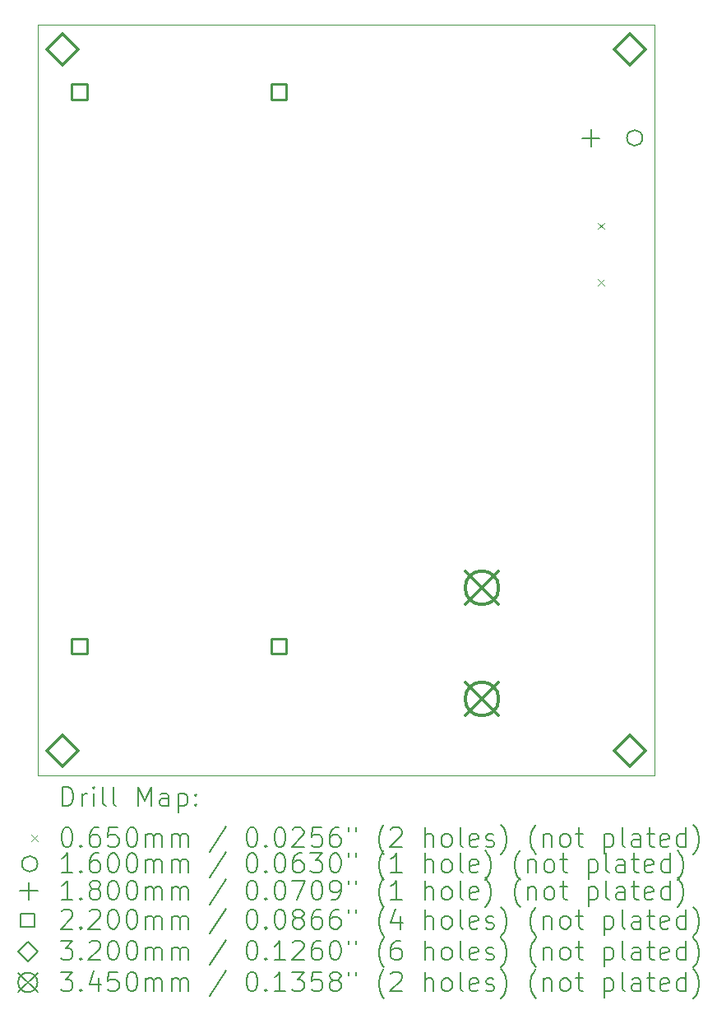
<source format=gbr>
%TF.GenerationSoftware,KiCad,Pcbnew,(6.0.8)*%
%TF.CreationDate,2023-04-21T18:28:09-07:00*%
%TF.ProjectId,Capstone_PCB,43617073-746f-46e6-955f-5043422e6b69,rev?*%
%TF.SameCoordinates,Original*%
%TF.FileFunction,Drillmap*%
%TF.FilePolarity,Positive*%
%FSLAX45Y45*%
G04 Gerber Fmt 4.5, Leading zero omitted, Abs format (unit mm)*
G04 Created by KiCad (PCBNEW (6.0.8)) date 2023-04-21 18:28:09*
%MOMM*%
%LPD*%
G01*
G04 APERTURE LIST*
%ADD10C,0.100000*%
%ADD11C,0.200000*%
%ADD12C,0.065000*%
%ADD13C,0.160000*%
%ADD14C,0.180000*%
%ADD15C,0.220000*%
%ADD16C,0.320000*%
%ADD17C,0.345000*%
G04 APERTURE END LIST*
D10*
X11430000Y-4318000D02*
X11430000Y-12039600D01*
X11430000Y-12039600D02*
X17780000Y-12039600D01*
X11430000Y-4318000D02*
X17780000Y-4318000D01*
X17780000Y-4318000D02*
X17780000Y-12039600D01*
D11*
D12*
X17193400Y-6354800D02*
X17258400Y-6419800D01*
X17258400Y-6354800D02*
X17193400Y-6419800D01*
X17193400Y-6932800D02*
X17258400Y-6997800D01*
X17258400Y-6932800D02*
X17193400Y-6997800D01*
D13*
X17654500Y-5482500D02*
G75*
G03*
X17654500Y-5482500I-80000J0D01*
G01*
D14*
X17124500Y-5392500D02*
X17124500Y-5572500D01*
X17034500Y-5482500D02*
X17214500Y-5482500D01*
D15*
X11935382Y-5085883D02*
X11935382Y-4930318D01*
X11779817Y-4930318D01*
X11779817Y-5085883D01*
X11935382Y-5085883D01*
X11935382Y-10785883D02*
X11935382Y-10630318D01*
X11779817Y-10630318D01*
X11779817Y-10785883D01*
X11935382Y-10785883D01*
X13985382Y-5085883D02*
X13985382Y-4930318D01*
X13829817Y-4930318D01*
X13829817Y-5085883D01*
X13985382Y-5085883D01*
X13985382Y-10785883D02*
X13985382Y-10630318D01*
X13829817Y-10630318D01*
X13829817Y-10785883D01*
X13985382Y-10785883D01*
D16*
X11684000Y-4732000D02*
X11844000Y-4572000D01*
X11684000Y-4412000D01*
X11524000Y-4572000D01*
X11684000Y-4732000D01*
X11684000Y-4732000D02*
X11844000Y-4572000D01*
X11684000Y-4412000D01*
X11524000Y-4572000D01*
X11684000Y-4732000D01*
X11684000Y-11945600D02*
X11844000Y-11785600D01*
X11684000Y-11625600D01*
X11524000Y-11785600D01*
X11684000Y-11945600D01*
X11684000Y-11945600D02*
X11844000Y-11785600D01*
X11684000Y-11625600D01*
X11524000Y-11785600D01*
X11684000Y-11945600D01*
X17526000Y-4732000D02*
X17686000Y-4572000D01*
X17526000Y-4412000D01*
X17366000Y-4572000D01*
X17526000Y-4732000D01*
X17526000Y-11945600D02*
X17686000Y-11785600D01*
X17526000Y-11625600D01*
X17366000Y-11785600D01*
X17526000Y-11945600D01*
D17*
X15828700Y-9936700D02*
X16173700Y-10281700D01*
X16173700Y-9936700D02*
X15828700Y-10281700D01*
X16173700Y-10109200D02*
G75*
G03*
X16173700Y-10109200I-172500J0D01*
G01*
X15828700Y-11079700D02*
X16173700Y-11424700D01*
X16173700Y-11079700D02*
X15828700Y-11424700D01*
X16173700Y-11252200D02*
G75*
G03*
X16173700Y-11252200I-172500J0D01*
G01*
D11*
X11682619Y-12355076D02*
X11682619Y-12155076D01*
X11730238Y-12155076D01*
X11758809Y-12164600D01*
X11777857Y-12183648D01*
X11787381Y-12202695D01*
X11796905Y-12240790D01*
X11796905Y-12269362D01*
X11787381Y-12307457D01*
X11777857Y-12326505D01*
X11758809Y-12345552D01*
X11730238Y-12355076D01*
X11682619Y-12355076D01*
X11882619Y-12355076D02*
X11882619Y-12221743D01*
X11882619Y-12259838D02*
X11892143Y-12240790D01*
X11901667Y-12231267D01*
X11920714Y-12221743D01*
X11939762Y-12221743D01*
X12006428Y-12355076D02*
X12006428Y-12221743D01*
X12006428Y-12155076D02*
X11996905Y-12164600D01*
X12006428Y-12174124D01*
X12015952Y-12164600D01*
X12006428Y-12155076D01*
X12006428Y-12174124D01*
X12130238Y-12355076D02*
X12111190Y-12345552D01*
X12101667Y-12326505D01*
X12101667Y-12155076D01*
X12235000Y-12355076D02*
X12215952Y-12345552D01*
X12206428Y-12326505D01*
X12206428Y-12155076D01*
X12463571Y-12355076D02*
X12463571Y-12155076D01*
X12530238Y-12297933D01*
X12596905Y-12155076D01*
X12596905Y-12355076D01*
X12777857Y-12355076D02*
X12777857Y-12250314D01*
X12768333Y-12231267D01*
X12749286Y-12221743D01*
X12711190Y-12221743D01*
X12692143Y-12231267D01*
X12777857Y-12345552D02*
X12758809Y-12355076D01*
X12711190Y-12355076D01*
X12692143Y-12345552D01*
X12682619Y-12326505D01*
X12682619Y-12307457D01*
X12692143Y-12288409D01*
X12711190Y-12278886D01*
X12758809Y-12278886D01*
X12777857Y-12269362D01*
X12873095Y-12221743D02*
X12873095Y-12421743D01*
X12873095Y-12231267D02*
X12892143Y-12221743D01*
X12930238Y-12221743D01*
X12949286Y-12231267D01*
X12958809Y-12240790D01*
X12968333Y-12259838D01*
X12968333Y-12316981D01*
X12958809Y-12336028D01*
X12949286Y-12345552D01*
X12930238Y-12355076D01*
X12892143Y-12355076D01*
X12873095Y-12345552D01*
X13054048Y-12336028D02*
X13063571Y-12345552D01*
X13054048Y-12355076D01*
X13044524Y-12345552D01*
X13054048Y-12336028D01*
X13054048Y-12355076D01*
X13054048Y-12231267D02*
X13063571Y-12240790D01*
X13054048Y-12250314D01*
X13044524Y-12240790D01*
X13054048Y-12231267D01*
X13054048Y-12250314D01*
D12*
X11360000Y-12652100D02*
X11425000Y-12717100D01*
X11425000Y-12652100D02*
X11360000Y-12717100D01*
D11*
X11720714Y-12575076D02*
X11739762Y-12575076D01*
X11758809Y-12584600D01*
X11768333Y-12594124D01*
X11777857Y-12613171D01*
X11787381Y-12651267D01*
X11787381Y-12698886D01*
X11777857Y-12736981D01*
X11768333Y-12756028D01*
X11758809Y-12765552D01*
X11739762Y-12775076D01*
X11720714Y-12775076D01*
X11701667Y-12765552D01*
X11692143Y-12756028D01*
X11682619Y-12736981D01*
X11673095Y-12698886D01*
X11673095Y-12651267D01*
X11682619Y-12613171D01*
X11692143Y-12594124D01*
X11701667Y-12584600D01*
X11720714Y-12575076D01*
X11873095Y-12756028D02*
X11882619Y-12765552D01*
X11873095Y-12775076D01*
X11863571Y-12765552D01*
X11873095Y-12756028D01*
X11873095Y-12775076D01*
X12054048Y-12575076D02*
X12015952Y-12575076D01*
X11996905Y-12584600D01*
X11987381Y-12594124D01*
X11968333Y-12622695D01*
X11958809Y-12660790D01*
X11958809Y-12736981D01*
X11968333Y-12756028D01*
X11977857Y-12765552D01*
X11996905Y-12775076D01*
X12035000Y-12775076D01*
X12054048Y-12765552D01*
X12063571Y-12756028D01*
X12073095Y-12736981D01*
X12073095Y-12689362D01*
X12063571Y-12670314D01*
X12054048Y-12660790D01*
X12035000Y-12651267D01*
X11996905Y-12651267D01*
X11977857Y-12660790D01*
X11968333Y-12670314D01*
X11958809Y-12689362D01*
X12254048Y-12575076D02*
X12158809Y-12575076D01*
X12149286Y-12670314D01*
X12158809Y-12660790D01*
X12177857Y-12651267D01*
X12225476Y-12651267D01*
X12244524Y-12660790D01*
X12254048Y-12670314D01*
X12263571Y-12689362D01*
X12263571Y-12736981D01*
X12254048Y-12756028D01*
X12244524Y-12765552D01*
X12225476Y-12775076D01*
X12177857Y-12775076D01*
X12158809Y-12765552D01*
X12149286Y-12756028D01*
X12387381Y-12575076D02*
X12406428Y-12575076D01*
X12425476Y-12584600D01*
X12435000Y-12594124D01*
X12444524Y-12613171D01*
X12454048Y-12651267D01*
X12454048Y-12698886D01*
X12444524Y-12736981D01*
X12435000Y-12756028D01*
X12425476Y-12765552D01*
X12406428Y-12775076D01*
X12387381Y-12775076D01*
X12368333Y-12765552D01*
X12358809Y-12756028D01*
X12349286Y-12736981D01*
X12339762Y-12698886D01*
X12339762Y-12651267D01*
X12349286Y-12613171D01*
X12358809Y-12594124D01*
X12368333Y-12584600D01*
X12387381Y-12575076D01*
X12539762Y-12775076D02*
X12539762Y-12641743D01*
X12539762Y-12660790D02*
X12549286Y-12651267D01*
X12568333Y-12641743D01*
X12596905Y-12641743D01*
X12615952Y-12651267D01*
X12625476Y-12670314D01*
X12625476Y-12775076D01*
X12625476Y-12670314D02*
X12635000Y-12651267D01*
X12654048Y-12641743D01*
X12682619Y-12641743D01*
X12701667Y-12651267D01*
X12711190Y-12670314D01*
X12711190Y-12775076D01*
X12806428Y-12775076D02*
X12806428Y-12641743D01*
X12806428Y-12660790D02*
X12815952Y-12651267D01*
X12835000Y-12641743D01*
X12863571Y-12641743D01*
X12882619Y-12651267D01*
X12892143Y-12670314D01*
X12892143Y-12775076D01*
X12892143Y-12670314D02*
X12901667Y-12651267D01*
X12920714Y-12641743D01*
X12949286Y-12641743D01*
X12968333Y-12651267D01*
X12977857Y-12670314D01*
X12977857Y-12775076D01*
X13368333Y-12565552D02*
X13196905Y-12822695D01*
X13625476Y-12575076D02*
X13644524Y-12575076D01*
X13663571Y-12584600D01*
X13673095Y-12594124D01*
X13682619Y-12613171D01*
X13692143Y-12651267D01*
X13692143Y-12698886D01*
X13682619Y-12736981D01*
X13673095Y-12756028D01*
X13663571Y-12765552D01*
X13644524Y-12775076D01*
X13625476Y-12775076D01*
X13606428Y-12765552D01*
X13596905Y-12756028D01*
X13587381Y-12736981D01*
X13577857Y-12698886D01*
X13577857Y-12651267D01*
X13587381Y-12613171D01*
X13596905Y-12594124D01*
X13606428Y-12584600D01*
X13625476Y-12575076D01*
X13777857Y-12756028D02*
X13787381Y-12765552D01*
X13777857Y-12775076D01*
X13768333Y-12765552D01*
X13777857Y-12756028D01*
X13777857Y-12775076D01*
X13911190Y-12575076D02*
X13930238Y-12575076D01*
X13949286Y-12584600D01*
X13958809Y-12594124D01*
X13968333Y-12613171D01*
X13977857Y-12651267D01*
X13977857Y-12698886D01*
X13968333Y-12736981D01*
X13958809Y-12756028D01*
X13949286Y-12765552D01*
X13930238Y-12775076D01*
X13911190Y-12775076D01*
X13892143Y-12765552D01*
X13882619Y-12756028D01*
X13873095Y-12736981D01*
X13863571Y-12698886D01*
X13863571Y-12651267D01*
X13873095Y-12613171D01*
X13882619Y-12594124D01*
X13892143Y-12584600D01*
X13911190Y-12575076D01*
X14054048Y-12594124D02*
X14063571Y-12584600D01*
X14082619Y-12575076D01*
X14130238Y-12575076D01*
X14149286Y-12584600D01*
X14158809Y-12594124D01*
X14168333Y-12613171D01*
X14168333Y-12632219D01*
X14158809Y-12660790D01*
X14044524Y-12775076D01*
X14168333Y-12775076D01*
X14349286Y-12575076D02*
X14254048Y-12575076D01*
X14244524Y-12670314D01*
X14254048Y-12660790D01*
X14273095Y-12651267D01*
X14320714Y-12651267D01*
X14339762Y-12660790D01*
X14349286Y-12670314D01*
X14358809Y-12689362D01*
X14358809Y-12736981D01*
X14349286Y-12756028D01*
X14339762Y-12765552D01*
X14320714Y-12775076D01*
X14273095Y-12775076D01*
X14254048Y-12765552D01*
X14244524Y-12756028D01*
X14530238Y-12575076D02*
X14492143Y-12575076D01*
X14473095Y-12584600D01*
X14463571Y-12594124D01*
X14444524Y-12622695D01*
X14435000Y-12660790D01*
X14435000Y-12736981D01*
X14444524Y-12756028D01*
X14454048Y-12765552D01*
X14473095Y-12775076D01*
X14511190Y-12775076D01*
X14530238Y-12765552D01*
X14539762Y-12756028D01*
X14549286Y-12736981D01*
X14549286Y-12689362D01*
X14539762Y-12670314D01*
X14530238Y-12660790D01*
X14511190Y-12651267D01*
X14473095Y-12651267D01*
X14454048Y-12660790D01*
X14444524Y-12670314D01*
X14435000Y-12689362D01*
X14625476Y-12575076D02*
X14625476Y-12613171D01*
X14701667Y-12575076D02*
X14701667Y-12613171D01*
X14996905Y-12851267D02*
X14987381Y-12841743D01*
X14968333Y-12813171D01*
X14958809Y-12794124D01*
X14949286Y-12765552D01*
X14939762Y-12717933D01*
X14939762Y-12679838D01*
X14949286Y-12632219D01*
X14958809Y-12603648D01*
X14968333Y-12584600D01*
X14987381Y-12556028D01*
X14996905Y-12546505D01*
X15063571Y-12594124D02*
X15073095Y-12584600D01*
X15092143Y-12575076D01*
X15139762Y-12575076D01*
X15158809Y-12584600D01*
X15168333Y-12594124D01*
X15177857Y-12613171D01*
X15177857Y-12632219D01*
X15168333Y-12660790D01*
X15054048Y-12775076D01*
X15177857Y-12775076D01*
X15415952Y-12775076D02*
X15415952Y-12575076D01*
X15501667Y-12775076D02*
X15501667Y-12670314D01*
X15492143Y-12651267D01*
X15473095Y-12641743D01*
X15444524Y-12641743D01*
X15425476Y-12651267D01*
X15415952Y-12660790D01*
X15625476Y-12775076D02*
X15606428Y-12765552D01*
X15596905Y-12756028D01*
X15587381Y-12736981D01*
X15587381Y-12679838D01*
X15596905Y-12660790D01*
X15606428Y-12651267D01*
X15625476Y-12641743D01*
X15654048Y-12641743D01*
X15673095Y-12651267D01*
X15682619Y-12660790D01*
X15692143Y-12679838D01*
X15692143Y-12736981D01*
X15682619Y-12756028D01*
X15673095Y-12765552D01*
X15654048Y-12775076D01*
X15625476Y-12775076D01*
X15806428Y-12775076D02*
X15787381Y-12765552D01*
X15777857Y-12746505D01*
X15777857Y-12575076D01*
X15958809Y-12765552D02*
X15939762Y-12775076D01*
X15901667Y-12775076D01*
X15882619Y-12765552D01*
X15873095Y-12746505D01*
X15873095Y-12670314D01*
X15882619Y-12651267D01*
X15901667Y-12641743D01*
X15939762Y-12641743D01*
X15958809Y-12651267D01*
X15968333Y-12670314D01*
X15968333Y-12689362D01*
X15873095Y-12708409D01*
X16044524Y-12765552D02*
X16063571Y-12775076D01*
X16101667Y-12775076D01*
X16120714Y-12765552D01*
X16130238Y-12746505D01*
X16130238Y-12736981D01*
X16120714Y-12717933D01*
X16101667Y-12708409D01*
X16073095Y-12708409D01*
X16054048Y-12698886D01*
X16044524Y-12679838D01*
X16044524Y-12670314D01*
X16054048Y-12651267D01*
X16073095Y-12641743D01*
X16101667Y-12641743D01*
X16120714Y-12651267D01*
X16196905Y-12851267D02*
X16206428Y-12841743D01*
X16225476Y-12813171D01*
X16235000Y-12794124D01*
X16244524Y-12765552D01*
X16254048Y-12717933D01*
X16254048Y-12679838D01*
X16244524Y-12632219D01*
X16235000Y-12603648D01*
X16225476Y-12584600D01*
X16206428Y-12556028D01*
X16196905Y-12546505D01*
X16558809Y-12851267D02*
X16549286Y-12841743D01*
X16530238Y-12813171D01*
X16520714Y-12794124D01*
X16511190Y-12765552D01*
X16501667Y-12717933D01*
X16501667Y-12679838D01*
X16511190Y-12632219D01*
X16520714Y-12603648D01*
X16530238Y-12584600D01*
X16549286Y-12556028D01*
X16558809Y-12546505D01*
X16635000Y-12641743D02*
X16635000Y-12775076D01*
X16635000Y-12660790D02*
X16644524Y-12651267D01*
X16663571Y-12641743D01*
X16692143Y-12641743D01*
X16711190Y-12651267D01*
X16720714Y-12670314D01*
X16720714Y-12775076D01*
X16844524Y-12775076D02*
X16825476Y-12765552D01*
X16815952Y-12756028D01*
X16806429Y-12736981D01*
X16806429Y-12679838D01*
X16815952Y-12660790D01*
X16825476Y-12651267D01*
X16844524Y-12641743D01*
X16873095Y-12641743D01*
X16892143Y-12651267D01*
X16901667Y-12660790D01*
X16911190Y-12679838D01*
X16911190Y-12736981D01*
X16901667Y-12756028D01*
X16892143Y-12765552D01*
X16873095Y-12775076D01*
X16844524Y-12775076D01*
X16968333Y-12641743D02*
X17044524Y-12641743D01*
X16996905Y-12575076D02*
X16996905Y-12746505D01*
X17006429Y-12765552D01*
X17025476Y-12775076D01*
X17044524Y-12775076D01*
X17263571Y-12641743D02*
X17263571Y-12841743D01*
X17263571Y-12651267D02*
X17282619Y-12641743D01*
X17320714Y-12641743D01*
X17339762Y-12651267D01*
X17349286Y-12660790D01*
X17358810Y-12679838D01*
X17358810Y-12736981D01*
X17349286Y-12756028D01*
X17339762Y-12765552D01*
X17320714Y-12775076D01*
X17282619Y-12775076D01*
X17263571Y-12765552D01*
X17473095Y-12775076D02*
X17454048Y-12765552D01*
X17444524Y-12746505D01*
X17444524Y-12575076D01*
X17635000Y-12775076D02*
X17635000Y-12670314D01*
X17625476Y-12651267D01*
X17606429Y-12641743D01*
X17568333Y-12641743D01*
X17549286Y-12651267D01*
X17635000Y-12765552D02*
X17615952Y-12775076D01*
X17568333Y-12775076D01*
X17549286Y-12765552D01*
X17539762Y-12746505D01*
X17539762Y-12727457D01*
X17549286Y-12708409D01*
X17568333Y-12698886D01*
X17615952Y-12698886D01*
X17635000Y-12689362D01*
X17701667Y-12641743D02*
X17777857Y-12641743D01*
X17730238Y-12575076D02*
X17730238Y-12746505D01*
X17739762Y-12765552D01*
X17758810Y-12775076D01*
X17777857Y-12775076D01*
X17920714Y-12765552D02*
X17901667Y-12775076D01*
X17863571Y-12775076D01*
X17844524Y-12765552D01*
X17835000Y-12746505D01*
X17835000Y-12670314D01*
X17844524Y-12651267D01*
X17863571Y-12641743D01*
X17901667Y-12641743D01*
X17920714Y-12651267D01*
X17930238Y-12670314D01*
X17930238Y-12689362D01*
X17835000Y-12708409D01*
X18101667Y-12775076D02*
X18101667Y-12575076D01*
X18101667Y-12765552D02*
X18082619Y-12775076D01*
X18044524Y-12775076D01*
X18025476Y-12765552D01*
X18015952Y-12756028D01*
X18006429Y-12736981D01*
X18006429Y-12679838D01*
X18015952Y-12660790D01*
X18025476Y-12651267D01*
X18044524Y-12641743D01*
X18082619Y-12641743D01*
X18101667Y-12651267D01*
X18177857Y-12851267D02*
X18187381Y-12841743D01*
X18206429Y-12813171D01*
X18215952Y-12794124D01*
X18225476Y-12765552D01*
X18235000Y-12717933D01*
X18235000Y-12679838D01*
X18225476Y-12632219D01*
X18215952Y-12603648D01*
X18206429Y-12584600D01*
X18187381Y-12556028D01*
X18177857Y-12546505D01*
D13*
X11425000Y-12948600D02*
G75*
G03*
X11425000Y-12948600I-80000J0D01*
G01*
D11*
X11787381Y-13039076D02*
X11673095Y-13039076D01*
X11730238Y-13039076D02*
X11730238Y-12839076D01*
X11711190Y-12867648D01*
X11692143Y-12886695D01*
X11673095Y-12896219D01*
X11873095Y-13020028D02*
X11882619Y-13029552D01*
X11873095Y-13039076D01*
X11863571Y-13029552D01*
X11873095Y-13020028D01*
X11873095Y-13039076D01*
X12054048Y-12839076D02*
X12015952Y-12839076D01*
X11996905Y-12848600D01*
X11987381Y-12858124D01*
X11968333Y-12886695D01*
X11958809Y-12924790D01*
X11958809Y-13000981D01*
X11968333Y-13020028D01*
X11977857Y-13029552D01*
X11996905Y-13039076D01*
X12035000Y-13039076D01*
X12054048Y-13029552D01*
X12063571Y-13020028D01*
X12073095Y-13000981D01*
X12073095Y-12953362D01*
X12063571Y-12934314D01*
X12054048Y-12924790D01*
X12035000Y-12915267D01*
X11996905Y-12915267D01*
X11977857Y-12924790D01*
X11968333Y-12934314D01*
X11958809Y-12953362D01*
X12196905Y-12839076D02*
X12215952Y-12839076D01*
X12235000Y-12848600D01*
X12244524Y-12858124D01*
X12254048Y-12877171D01*
X12263571Y-12915267D01*
X12263571Y-12962886D01*
X12254048Y-13000981D01*
X12244524Y-13020028D01*
X12235000Y-13029552D01*
X12215952Y-13039076D01*
X12196905Y-13039076D01*
X12177857Y-13029552D01*
X12168333Y-13020028D01*
X12158809Y-13000981D01*
X12149286Y-12962886D01*
X12149286Y-12915267D01*
X12158809Y-12877171D01*
X12168333Y-12858124D01*
X12177857Y-12848600D01*
X12196905Y-12839076D01*
X12387381Y-12839076D02*
X12406428Y-12839076D01*
X12425476Y-12848600D01*
X12435000Y-12858124D01*
X12444524Y-12877171D01*
X12454048Y-12915267D01*
X12454048Y-12962886D01*
X12444524Y-13000981D01*
X12435000Y-13020028D01*
X12425476Y-13029552D01*
X12406428Y-13039076D01*
X12387381Y-13039076D01*
X12368333Y-13029552D01*
X12358809Y-13020028D01*
X12349286Y-13000981D01*
X12339762Y-12962886D01*
X12339762Y-12915267D01*
X12349286Y-12877171D01*
X12358809Y-12858124D01*
X12368333Y-12848600D01*
X12387381Y-12839076D01*
X12539762Y-13039076D02*
X12539762Y-12905743D01*
X12539762Y-12924790D02*
X12549286Y-12915267D01*
X12568333Y-12905743D01*
X12596905Y-12905743D01*
X12615952Y-12915267D01*
X12625476Y-12934314D01*
X12625476Y-13039076D01*
X12625476Y-12934314D02*
X12635000Y-12915267D01*
X12654048Y-12905743D01*
X12682619Y-12905743D01*
X12701667Y-12915267D01*
X12711190Y-12934314D01*
X12711190Y-13039076D01*
X12806428Y-13039076D02*
X12806428Y-12905743D01*
X12806428Y-12924790D02*
X12815952Y-12915267D01*
X12835000Y-12905743D01*
X12863571Y-12905743D01*
X12882619Y-12915267D01*
X12892143Y-12934314D01*
X12892143Y-13039076D01*
X12892143Y-12934314D02*
X12901667Y-12915267D01*
X12920714Y-12905743D01*
X12949286Y-12905743D01*
X12968333Y-12915267D01*
X12977857Y-12934314D01*
X12977857Y-13039076D01*
X13368333Y-12829552D02*
X13196905Y-13086695D01*
X13625476Y-12839076D02*
X13644524Y-12839076D01*
X13663571Y-12848600D01*
X13673095Y-12858124D01*
X13682619Y-12877171D01*
X13692143Y-12915267D01*
X13692143Y-12962886D01*
X13682619Y-13000981D01*
X13673095Y-13020028D01*
X13663571Y-13029552D01*
X13644524Y-13039076D01*
X13625476Y-13039076D01*
X13606428Y-13029552D01*
X13596905Y-13020028D01*
X13587381Y-13000981D01*
X13577857Y-12962886D01*
X13577857Y-12915267D01*
X13587381Y-12877171D01*
X13596905Y-12858124D01*
X13606428Y-12848600D01*
X13625476Y-12839076D01*
X13777857Y-13020028D02*
X13787381Y-13029552D01*
X13777857Y-13039076D01*
X13768333Y-13029552D01*
X13777857Y-13020028D01*
X13777857Y-13039076D01*
X13911190Y-12839076D02*
X13930238Y-12839076D01*
X13949286Y-12848600D01*
X13958809Y-12858124D01*
X13968333Y-12877171D01*
X13977857Y-12915267D01*
X13977857Y-12962886D01*
X13968333Y-13000981D01*
X13958809Y-13020028D01*
X13949286Y-13029552D01*
X13930238Y-13039076D01*
X13911190Y-13039076D01*
X13892143Y-13029552D01*
X13882619Y-13020028D01*
X13873095Y-13000981D01*
X13863571Y-12962886D01*
X13863571Y-12915267D01*
X13873095Y-12877171D01*
X13882619Y-12858124D01*
X13892143Y-12848600D01*
X13911190Y-12839076D01*
X14149286Y-12839076D02*
X14111190Y-12839076D01*
X14092143Y-12848600D01*
X14082619Y-12858124D01*
X14063571Y-12886695D01*
X14054048Y-12924790D01*
X14054048Y-13000981D01*
X14063571Y-13020028D01*
X14073095Y-13029552D01*
X14092143Y-13039076D01*
X14130238Y-13039076D01*
X14149286Y-13029552D01*
X14158809Y-13020028D01*
X14168333Y-13000981D01*
X14168333Y-12953362D01*
X14158809Y-12934314D01*
X14149286Y-12924790D01*
X14130238Y-12915267D01*
X14092143Y-12915267D01*
X14073095Y-12924790D01*
X14063571Y-12934314D01*
X14054048Y-12953362D01*
X14235000Y-12839076D02*
X14358809Y-12839076D01*
X14292143Y-12915267D01*
X14320714Y-12915267D01*
X14339762Y-12924790D01*
X14349286Y-12934314D01*
X14358809Y-12953362D01*
X14358809Y-13000981D01*
X14349286Y-13020028D01*
X14339762Y-13029552D01*
X14320714Y-13039076D01*
X14263571Y-13039076D01*
X14244524Y-13029552D01*
X14235000Y-13020028D01*
X14482619Y-12839076D02*
X14501667Y-12839076D01*
X14520714Y-12848600D01*
X14530238Y-12858124D01*
X14539762Y-12877171D01*
X14549286Y-12915267D01*
X14549286Y-12962886D01*
X14539762Y-13000981D01*
X14530238Y-13020028D01*
X14520714Y-13029552D01*
X14501667Y-13039076D01*
X14482619Y-13039076D01*
X14463571Y-13029552D01*
X14454048Y-13020028D01*
X14444524Y-13000981D01*
X14435000Y-12962886D01*
X14435000Y-12915267D01*
X14444524Y-12877171D01*
X14454048Y-12858124D01*
X14463571Y-12848600D01*
X14482619Y-12839076D01*
X14625476Y-12839076D02*
X14625476Y-12877171D01*
X14701667Y-12839076D02*
X14701667Y-12877171D01*
X14996905Y-13115267D02*
X14987381Y-13105743D01*
X14968333Y-13077171D01*
X14958809Y-13058124D01*
X14949286Y-13029552D01*
X14939762Y-12981933D01*
X14939762Y-12943838D01*
X14949286Y-12896219D01*
X14958809Y-12867648D01*
X14968333Y-12848600D01*
X14987381Y-12820028D01*
X14996905Y-12810505D01*
X15177857Y-13039076D02*
X15063571Y-13039076D01*
X15120714Y-13039076D02*
X15120714Y-12839076D01*
X15101667Y-12867648D01*
X15082619Y-12886695D01*
X15063571Y-12896219D01*
X15415952Y-13039076D02*
X15415952Y-12839076D01*
X15501667Y-13039076D02*
X15501667Y-12934314D01*
X15492143Y-12915267D01*
X15473095Y-12905743D01*
X15444524Y-12905743D01*
X15425476Y-12915267D01*
X15415952Y-12924790D01*
X15625476Y-13039076D02*
X15606428Y-13029552D01*
X15596905Y-13020028D01*
X15587381Y-13000981D01*
X15587381Y-12943838D01*
X15596905Y-12924790D01*
X15606428Y-12915267D01*
X15625476Y-12905743D01*
X15654048Y-12905743D01*
X15673095Y-12915267D01*
X15682619Y-12924790D01*
X15692143Y-12943838D01*
X15692143Y-13000981D01*
X15682619Y-13020028D01*
X15673095Y-13029552D01*
X15654048Y-13039076D01*
X15625476Y-13039076D01*
X15806428Y-13039076D02*
X15787381Y-13029552D01*
X15777857Y-13010505D01*
X15777857Y-12839076D01*
X15958809Y-13029552D02*
X15939762Y-13039076D01*
X15901667Y-13039076D01*
X15882619Y-13029552D01*
X15873095Y-13010505D01*
X15873095Y-12934314D01*
X15882619Y-12915267D01*
X15901667Y-12905743D01*
X15939762Y-12905743D01*
X15958809Y-12915267D01*
X15968333Y-12934314D01*
X15968333Y-12953362D01*
X15873095Y-12972409D01*
X16035000Y-13115267D02*
X16044524Y-13105743D01*
X16063571Y-13077171D01*
X16073095Y-13058124D01*
X16082619Y-13029552D01*
X16092143Y-12981933D01*
X16092143Y-12943838D01*
X16082619Y-12896219D01*
X16073095Y-12867648D01*
X16063571Y-12848600D01*
X16044524Y-12820028D01*
X16035000Y-12810505D01*
X16396905Y-13115267D02*
X16387381Y-13105743D01*
X16368333Y-13077171D01*
X16358809Y-13058124D01*
X16349286Y-13029552D01*
X16339762Y-12981933D01*
X16339762Y-12943838D01*
X16349286Y-12896219D01*
X16358809Y-12867648D01*
X16368333Y-12848600D01*
X16387381Y-12820028D01*
X16396905Y-12810505D01*
X16473095Y-12905743D02*
X16473095Y-13039076D01*
X16473095Y-12924790D02*
X16482619Y-12915267D01*
X16501667Y-12905743D01*
X16530238Y-12905743D01*
X16549286Y-12915267D01*
X16558809Y-12934314D01*
X16558809Y-13039076D01*
X16682619Y-13039076D02*
X16663571Y-13029552D01*
X16654048Y-13020028D01*
X16644524Y-13000981D01*
X16644524Y-12943838D01*
X16654048Y-12924790D01*
X16663571Y-12915267D01*
X16682619Y-12905743D01*
X16711190Y-12905743D01*
X16730238Y-12915267D01*
X16739762Y-12924790D01*
X16749286Y-12943838D01*
X16749286Y-13000981D01*
X16739762Y-13020028D01*
X16730238Y-13029552D01*
X16711190Y-13039076D01*
X16682619Y-13039076D01*
X16806429Y-12905743D02*
X16882619Y-12905743D01*
X16835000Y-12839076D02*
X16835000Y-13010505D01*
X16844524Y-13029552D01*
X16863571Y-13039076D01*
X16882619Y-13039076D01*
X17101667Y-12905743D02*
X17101667Y-13105743D01*
X17101667Y-12915267D02*
X17120714Y-12905743D01*
X17158810Y-12905743D01*
X17177857Y-12915267D01*
X17187381Y-12924790D01*
X17196905Y-12943838D01*
X17196905Y-13000981D01*
X17187381Y-13020028D01*
X17177857Y-13029552D01*
X17158810Y-13039076D01*
X17120714Y-13039076D01*
X17101667Y-13029552D01*
X17311190Y-13039076D02*
X17292143Y-13029552D01*
X17282619Y-13010505D01*
X17282619Y-12839076D01*
X17473095Y-13039076D02*
X17473095Y-12934314D01*
X17463571Y-12915267D01*
X17444524Y-12905743D01*
X17406429Y-12905743D01*
X17387381Y-12915267D01*
X17473095Y-13029552D02*
X17454048Y-13039076D01*
X17406429Y-13039076D01*
X17387381Y-13029552D01*
X17377857Y-13010505D01*
X17377857Y-12991457D01*
X17387381Y-12972409D01*
X17406429Y-12962886D01*
X17454048Y-12962886D01*
X17473095Y-12953362D01*
X17539762Y-12905743D02*
X17615952Y-12905743D01*
X17568333Y-12839076D02*
X17568333Y-13010505D01*
X17577857Y-13029552D01*
X17596905Y-13039076D01*
X17615952Y-13039076D01*
X17758810Y-13029552D02*
X17739762Y-13039076D01*
X17701667Y-13039076D01*
X17682619Y-13029552D01*
X17673095Y-13010505D01*
X17673095Y-12934314D01*
X17682619Y-12915267D01*
X17701667Y-12905743D01*
X17739762Y-12905743D01*
X17758810Y-12915267D01*
X17768333Y-12934314D01*
X17768333Y-12953362D01*
X17673095Y-12972409D01*
X17939762Y-13039076D02*
X17939762Y-12839076D01*
X17939762Y-13029552D02*
X17920714Y-13039076D01*
X17882619Y-13039076D01*
X17863571Y-13029552D01*
X17854048Y-13020028D01*
X17844524Y-13000981D01*
X17844524Y-12943838D01*
X17854048Y-12924790D01*
X17863571Y-12915267D01*
X17882619Y-12905743D01*
X17920714Y-12905743D01*
X17939762Y-12915267D01*
X18015952Y-13115267D02*
X18025476Y-13105743D01*
X18044524Y-13077171D01*
X18054048Y-13058124D01*
X18063571Y-13029552D01*
X18073095Y-12981933D01*
X18073095Y-12943838D01*
X18063571Y-12896219D01*
X18054048Y-12867648D01*
X18044524Y-12848600D01*
X18025476Y-12820028D01*
X18015952Y-12810505D01*
D14*
X11335000Y-13138600D02*
X11335000Y-13318600D01*
X11245000Y-13228600D02*
X11425000Y-13228600D01*
D11*
X11787381Y-13319076D02*
X11673095Y-13319076D01*
X11730238Y-13319076D02*
X11730238Y-13119076D01*
X11711190Y-13147648D01*
X11692143Y-13166695D01*
X11673095Y-13176219D01*
X11873095Y-13300028D02*
X11882619Y-13309552D01*
X11873095Y-13319076D01*
X11863571Y-13309552D01*
X11873095Y-13300028D01*
X11873095Y-13319076D01*
X11996905Y-13204790D02*
X11977857Y-13195267D01*
X11968333Y-13185743D01*
X11958809Y-13166695D01*
X11958809Y-13157171D01*
X11968333Y-13138124D01*
X11977857Y-13128600D01*
X11996905Y-13119076D01*
X12035000Y-13119076D01*
X12054048Y-13128600D01*
X12063571Y-13138124D01*
X12073095Y-13157171D01*
X12073095Y-13166695D01*
X12063571Y-13185743D01*
X12054048Y-13195267D01*
X12035000Y-13204790D01*
X11996905Y-13204790D01*
X11977857Y-13214314D01*
X11968333Y-13223838D01*
X11958809Y-13242886D01*
X11958809Y-13280981D01*
X11968333Y-13300028D01*
X11977857Y-13309552D01*
X11996905Y-13319076D01*
X12035000Y-13319076D01*
X12054048Y-13309552D01*
X12063571Y-13300028D01*
X12073095Y-13280981D01*
X12073095Y-13242886D01*
X12063571Y-13223838D01*
X12054048Y-13214314D01*
X12035000Y-13204790D01*
X12196905Y-13119076D02*
X12215952Y-13119076D01*
X12235000Y-13128600D01*
X12244524Y-13138124D01*
X12254048Y-13157171D01*
X12263571Y-13195267D01*
X12263571Y-13242886D01*
X12254048Y-13280981D01*
X12244524Y-13300028D01*
X12235000Y-13309552D01*
X12215952Y-13319076D01*
X12196905Y-13319076D01*
X12177857Y-13309552D01*
X12168333Y-13300028D01*
X12158809Y-13280981D01*
X12149286Y-13242886D01*
X12149286Y-13195267D01*
X12158809Y-13157171D01*
X12168333Y-13138124D01*
X12177857Y-13128600D01*
X12196905Y-13119076D01*
X12387381Y-13119076D02*
X12406428Y-13119076D01*
X12425476Y-13128600D01*
X12435000Y-13138124D01*
X12444524Y-13157171D01*
X12454048Y-13195267D01*
X12454048Y-13242886D01*
X12444524Y-13280981D01*
X12435000Y-13300028D01*
X12425476Y-13309552D01*
X12406428Y-13319076D01*
X12387381Y-13319076D01*
X12368333Y-13309552D01*
X12358809Y-13300028D01*
X12349286Y-13280981D01*
X12339762Y-13242886D01*
X12339762Y-13195267D01*
X12349286Y-13157171D01*
X12358809Y-13138124D01*
X12368333Y-13128600D01*
X12387381Y-13119076D01*
X12539762Y-13319076D02*
X12539762Y-13185743D01*
X12539762Y-13204790D02*
X12549286Y-13195267D01*
X12568333Y-13185743D01*
X12596905Y-13185743D01*
X12615952Y-13195267D01*
X12625476Y-13214314D01*
X12625476Y-13319076D01*
X12625476Y-13214314D02*
X12635000Y-13195267D01*
X12654048Y-13185743D01*
X12682619Y-13185743D01*
X12701667Y-13195267D01*
X12711190Y-13214314D01*
X12711190Y-13319076D01*
X12806428Y-13319076D02*
X12806428Y-13185743D01*
X12806428Y-13204790D02*
X12815952Y-13195267D01*
X12835000Y-13185743D01*
X12863571Y-13185743D01*
X12882619Y-13195267D01*
X12892143Y-13214314D01*
X12892143Y-13319076D01*
X12892143Y-13214314D02*
X12901667Y-13195267D01*
X12920714Y-13185743D01*
X12949286Y-13185743D01*
X12968333Y-13195267D01*
X12977857Y-13214314D01*
X12977857Y-13319076D01*
X13368333Y-13109552D02*
X13196905Y-13366695D01*
X13625476Y-13119076D02*
X13644524Y-13119076D01*
X13663571Y-13128600D01*
X13673095Y-13138124D01*
X13682619Y-13157171D01*
X13692143Y-13195267D01*
X13692143Y-13242886D01*
X13682619Y-13280981D01*
X13673095Y-13300028D01*
X13663571Y-13309552D01*
X13644524Y-13319076D01*
X13625476Y-13319076D01*
X13606428Y-13309552D01*
X13596905Y-13300028D01*
X13587381Y-13280981D01*
X13577857Y-13242886D01*
X13577857Y-13195267D01*
X13587381Y-13157171D01*
X13596905Y-13138124D01*
X13606428Y-13128600D01*
X13625476Y-13119076D01*
X13777857Y-13300028D02*
X13787381Y-13309552D01*
X13777857Y-13319076D01*
X13768333Y-13309552D01*
X13777857Y-13300028D01*
X13777857Y-13319076D01*
X13911190Y-13119076D02*
X13930238Y-13119076D01*
X13949286Y-13128600D01*
X13958809Y-13138124D01*
X13968333Y-13157171D01*
X13977857Y-13195267D01*
X13977857Y-13242886D01*
X13968333Y-13280981D01*
X13958809Y-13300028D01*
X13949286Y-13309552D01*
X13930238Y-13319076D01*
X13911190Y-13319076D01*
X13892143Y-13309552D01*
X13882619Y-13300028D01*
X13873095Y-13280981D01*
X13863571Y-13242886D01*
X13863571Y-13195267D01*
X13873095Y-13157171D01*
X13882619Y-13138124D01*
X13892143Y-13128600D01*
X13911190Y-13119076D01*
X14044524Y-13119076D02*
X14177857Y-13119076D01*
X14092143Y-13319076D01*
X14292143Y-13119076D02*
X14311190Y-13119076D01*
X14330238Y-13128600D01*
X14339762Y-13138124D01*
X14349286Y-13157171D01*
X14358809Y-13195267D01*
X14358809Y-13242886D01*
X14349286Y-13280981D01*
X14339762Y-13300028D01*
X14330238Y-13309552D01*
X14311190Y-13319076D01*
X14292143Y-13319076D01*
X14273095Y-13309552D01*
X14263571Y-13300028D01*
X14254048Y-13280981D01*
X14244524Y-13242886D01*
X14244524Y-13195267D01*
X14254048Y-13157171D01*
X14263571Y-13138124D01*
X14273095Y-13128600D01*
X14292143Y-13119076D01*
X14454048Y-13319076D02*
X14492143Y-13319076D01*
X14511190Y-13309552D01*
X14520714Y-13300028D01*
X14539762Y-13271457D01*
X14549286Y-13233362D01*
X14549286Y-13157171D01*
X14539762Y-13138124D01*
X14530238Y-13128600D01*
X14511190Y-13119076D01*
X14473095Y-13119076D01*
X14454048Y-13128600D01*
X14444524Y-13138124D01*
X14435000Y-13157171D01*
X14435000Y-13204790D01*
X14444524Y-13223838D01*
X14454048Y-13233362D01*
X14473095Y-13242886D01*
X14511190Y-13242886D01*
X14530238Y-13233362D01*
X14539762Y-13223838D01*
X14549286Y-13204790D01*
X14625476Y-13119076D02*
X14625476Y-13157171D01*
X14701667Y-13119076D02*
X14701667Y-13157171D01*
X14996905Y-13395267D02*
X14987381Y-13385743D01*
X14968333Y-13357171D01*
X14958809Y-13338124D01*
X14949286Y-13309552D01*
X14939762Y-13261933D01*
X14939762Y-13223838D01*
X14949286Y-13176219D01*
X14958809Y-13147648D01*
X14968333Y-13128600D01*
X14987381Y-13100028D01*
X14996905Y-13090505D01*
X15177857Y-13319076D02*
X15063571Y-13319076D01*
X15120714Y-13319076D02*
X15120714Y-13119076D01*
X15101667Y-13147648D01*
X15082619Y-13166695D01*
X15063571Y-13176219D01*
X15415952Y-13319076D02*
X15415952Y-13119076D01*
X15501667Y-13319076D02*
X15501667Y-13214314D01*
X15492143Y-13195267D01*
X15473095Y-13185743D01*
X15444524Y-13185743D01*
X15425476Y-13195267D01*
X15415952Y-13204790D01*
X15625476Y-13319076D02*
X15606428Y-13309552D01*
X15596905Y-13300028D01*
X15587381Y-13280981D01*
X15587381Y-13223838D01*
X15596905Y-13204790D01*
X15606428Y-13195267D01*
X15625476Y-13185743D01*
X15654048Y-13185743D01*
X15673095Y-13195267D01*
X15682619Y-13204790D01*
X15692143Y-13223838D01*
X15692143Y-13280981D01*
X15682619Y-13300028D01*
X15673095Y-13309552D01*
X15654048Y-13319076D01*
X15625476Y-13319076D01*
X15806428Y-13319076D02*
X15787381Y-13309552D01*
X15777857Y-13290505D01*
X15777857Y-13119076D01*
X15958809Y-13309552D02*
X15939762Y-13319076D01*
X15901667Y-13319076D01*
X15882619Y-13309552D01*
X15873095Y-13290505D01*
X15873095Y-13214314D01*
X15882619Y-13195267D01*
X15901667Y-13185743D01*
X15939762Y-13185743D01*
X15958809Y-13195267D01*
X15968333Y-13214314D01*
X15968333Y-13233362D01*
X15873095Y-13252409D01*
X16035000Y-13395267D02*
X16044524Y-13385743D01*
X16063571Y-13357171D01*
X16073095Y-13338124D01*
X16082619Y-13309552D01*
X16092143Y-13261933D01*
X16092143Y-13223838D01*
X16082619Y-13176219D01*
X16073095Y-13147648D01*
X16063571Y-13128600D01*
X16044524Y-13100028D01*
X16035000Y-13090505D01*
X16396905Y-13395267D02*
X16387381Y-13385743D01*
X16368333Y-13357171D01*
X16358809Y-13338124D01*
X16349286Y-13309552D01*
X16339762Y-13261933D01*
X16339762Y-13223838D01*
X16349286Y-13176219D01*
X16358809Y-13147648D01*
X16368333Y-13128600D01*
X16387381Y-13100028D01*
X16396905Y-13090505D01*
X16473095Y-13185743D02*
X16473095Y-13319076D01*
X16473095Y-13204790D02*
X16482619Y-13195267D01*
X16501667Y-13185743D01*
X16530238Y-13185743D01*
X16549286Y-13195267D01*
X16558809Y-13214314D01*
X16558809Y-13319076D01*
X16682619Y-13319076D02*
X16663571Y-13309552D01*
X16654048Y-13300028D01*
X16644524Y-13280981D01*
X16644524Y-13223838D01*
X16654048Y-13204790D01*
X16663571Y-13195267D01*
X16682619Y-13185743D01*
X16711190Y-13185743D01*
X16730238Y-13195267D01*
X16739762Y-13204790D01*
X16749286Y-13223838D01*
X16749286Y-13280981D01*
X16739762Y-13300028D01*
X16730238Y-13309552D01*
X16711190Y-13319076D01*
X16682619Y-13319076D01*
X16806429Y-13185743D02*
X16882619Y-13185743D01*
X16835000Y-13119076D02*
X16835000Y-13290505D01*
X16844524Y-13309552D01*
X16863571Y-13319076D01*
X16882619Y-13319076D01*
X17101667Y-13185743D02*
X17101667Y-13385743D01*
X17101667Y-13195267D02*
X17120714Y-13185743D01*
X17158810Y-13185743D01*
X17177857Y-13195267D01*
X17187381Y-13204790D01*
X17196905Y-13223838D01*
X17196905Y-13280981D01*
X17187381Y-13300028D01*
X17177857Y-13309552D01*
X17158810Y-13319076D01*
X17120714Y-13319076D01*
X17101667Y-13309552D01*
X17311190Y-13319076D02*
X17292143Y-13309552D01*
X17282619Y-13290505D01*
X17282619Y-13119076D01*
X17473095Y-13319076D02*
X17473095Y-13214314D01*
X17463571Y-13195267D01*
X17444524Y-13185743D01*
X17406429Y-13185743D01*
X17387381Y-13195267D01*
X17473095Y-13309552D02*
X17454048Y-13319076D01*
X17406429Y-13319076D01*
X17387381Y-13309552D01*
X17377857Y-13290505D01*
X17377857Y-13271457D01*
X17387381Y-13252409D01*
X17406429Y-13242886D01*
X17454048Y-13242886D01*
X17473095Y-13233362D01*
X17539762Y-13185743D02*
X17615952Y-13185743D01*
X17568333Y-13119076D02*
X17568333Y-13290505D01*
X17577857Y-13309552D01*
X17596905Y-13319076D01*
X17615952Y-13319076D01*
X17758810Y-13309552D02*
X17739762Y-13319076D01*
X17701667Y-13319076D01*
X17682619Y-13309552D01*
X17673095Y-13290505D01*
X17673095Y-13214314D01*
X17682619Y-13195267D01*
X17701667Y-13185743D01*
X17739762Y-13185743D01*
X17758810Y-13195267D01*
X17768333Y-13214314D01*
X17768333Y-13233362D01*
X17673095Y-13252409D01*
X17939762Y-13319076D02*
X17939762Y-13119076D01*
X17939762Y-13309552D02*
X17920714Y-13319076D01*
X17882619Y-13319076D01*
X17863571Y-13309552D01*
X17854048Y-13300028D01*
X17844524Y-13280981D01*
X17844524Y-13223838D01*
X17854048Y-13204790D01*
X17863571Y-13195267D01*
X17882619Y-13185743D01*
X17920714Y-13185743D01*
X17939762Y-13195267D01*
X18015952Y-13395267D02*
X18025476Y-13385743D01*
X18044524Y-13357171D01*
X18054048Y-13338124D01*
X18063571Y-13309552D01*
X18073095Y-13261933D01*
X18073095Y-13223838D01*
X18063571Y-13176219D01*
X18054048Y-13147648D01*
X18044524Y-13128600D01*
X18025476Y-13100028D01*
X18015952Y-13090505D01*
X11395711Y-13599311D02*
X11395711Y-13457889D01*
X11254289Y-13457889D01*
X11254289Y-13599311D01*
X11395711Y-13599311D01*
X11673095Y-13438124D02*
X11682619Y-13428600D01*
X11701667Y-13419076D01*
X11749286Y-13419076D01*
X11768333Y-13428600D01*
X11777857Y-13438124D01*
X11787381Y-13457171D01*
X11787381Y-13476219D01*
X11777857Y-13504790D01*
X11663571Y-13619076D01*
X11787381Y-13619076D01*
X11873095Y-13600028D02*
X11882619Y-13609552D01*
X11873095Y-13619076D01*
X11863571Y-13609552D01*
X11873095Y-13600028D01*
X11873095Y-13619076D01*
X11958809Y-13438124D02*
X11968333Y-13428600D01*
X11987381Y-13419076D01*
X12035000Y-13419076D01*
X12054048Y-13428600D01*
X12063571Y-13438124D01*
X12073095Y-13457171D01*
X12073095Y-13476219D01*
X12063571Y-13504790D01*
X11949286Y-13619076D01*
X12073095Y-13619076D01*
X12196905Y-13419076D02*
X12215952Y-13419076D01*
X12235000Y-13428600D01*
X12244524Y-13438124D01*
X12254048Y-13457171D01*
X12263571Y-13495267D01*
X12263571Y-13542886D01*
X12254048Y-13580981D01*
X12244524Y-13600028D01*
X12235000Y-13609552D01*
X12215952Y-13619076D01*
X12196905Y-13619076D01*
X12177857Y-13609552D01*
X12168333Y-13600028D01*
X12158809Y-13580981D01*
X12149286Y-13542886D01*
X12149286Y-13495267D01*
X12158809Y-13457171D01*
X12168333Y-13438124D01*
X12177857Y-13428600D01*
X12196905Y-13419076D01*
X12387381Y-13419076D02*
X12406428Y-13419076D01*
X12425476Y-13428600D01*
X12435000Y-13438124D01*
X12444524Y-13457171D01*
X12454048Y-13495267D01*
X12454048Y-13542886D01*
X12444524Y-13580981D01*
X12435000Y-13600028D01*
X12425476Y-13609552D01*
X12406428Y-13619076D01*
X12387381Y-13619076D01*
X12368333Y-13609552D01*
X12358809Y-13600028D01*
X12349286Y-13580981D01*
X12339762Y-13542886D01*
X12339762Y-13495267D01*
X12349286Y-13457171D01*
X12358809Y-13438124D01*
X12368333Y-13428600D01*
X12387381Y-13419076D01*
X12539762Y-13619076D02*
X12539762Y-13485743D01*
X12539762Y-13504790D02*
X12549286Y-13495267D01*
X12568333Y-13485743D01*
X12596905Y-13485743D01*
X12615952Y-13495267D01*
X12625476Y-13514314D01*
X12625476Y-13619076D01*
X12625476Y-13514314D02*
X12635000Y-13495267D01*
X12654048Y-13485743D01*
X12682619Y-13485743D01*
X12701667Y-13495267D01*
X12711190Y-13514314D01*
X12711190Y-13619076D01*
X12806428Y-13619076D02*
X12806428Y-13485743D01*
X12806428Y-13504790D02*
X12815952Y-13495267D01*
X12835000Y-13485743D01*
X12863571Y-13485743D01*
X12882619Y-13495267D01*
X12892143Y-13514314D01*
X12892143Y-13619076D01*
X12892143Y-13514314D02*
X12901667Y-13495267D01*
X12920714Y-13485743D01*
X12949286Y-13485743D01*
X12968333Y-13495267D01*
X12977857Y-13514314D01*
X12977857Y-13619076D01*
X13368333Y-13409552D02*
X13196905Y-13666695D01*
X13625476Y-13419076D02*
X13644524Y-13419076D01*
X13663571Y-13428600D01*
X13673095Y-13438124D01*
X13682619Y-13457171D01*
X13692143Y-13495267D01*
X13692143Y-13542886D01*
X13682619Y-13580981D01*
X13673095Y-13600028D01*
X13663571Y-13609552D01*
X13644524Y-13619076D01*
X13625476Y-13619076D01*
X13606428Y-13609552D01*
X13596905Y-13600028D01*
X13587381Y-13580981D01*
X13577857Y-13542886D01*
X13577857Y-13495267D01*
X13587381Y-13457171D01*
X13596905Y-13438124D01*
X13606428Y-13428600D01*
X13625476Y-13419076D01*
X13777857Y-13600028D02*
X13787381Y-13609552D01*
X13777857Y-13619076D01*
X13768333Y-13609552D01*
X13777857Y-13600028D01*
X13777857Y-13619076D01*
X13911190Y-13419076D02*
X13930238Y-13419076D01*
X13949286Y-13428600D01*
X13958809Y-13438124D01*
X13968333Y-13457171D01*
X13977857Y-13495267D01*
X13977857Y-13542886D01*
X13968333Y-13580981D01*
X13958809Y-13600028D01*
X13949286Y-13609552D01*
X13930238Y-13619076D01*
X13911190Y-13619076D01*
X13892143Y-13609552D01*
X13882619Y-13600028D01*
X13873095Y-13580981D01*
X13863571Y-13542886D01*
X13863571Y-13495267D01*
X13873095Y-13457171D01*
X13882619Y-13438124D01*
X13892143Y-13428600D01*
X13911190Y-13419076D01*
X14092143Y-13504790D02*
X14073095Y-13495267D01*
X14063571Y-13485743D01*
X14054048Y-13466695D01*
X14054048Y-13457171D01*
X14063571Y-13438124D01*
X14073095Y-13428600D01*
X14092143Y-13419076D01*
X14130238Y-13419076D01*
X14149286Y-13428600D01*
X14158809Y-13438124D01*
X14168333Y-13457171D01*
X14168333Y-13466695D01*
X14158809Y-13485743D01*
X14149286Y-13495267D01*
X14130238Y-13504790D01*
X14092143Y-13504790D01*
X14073095Y-13514314D01*
X14063571Y-13523838D01*
X14054048Y-13542886D01*
X14054048Y-13580981D01*
X14063571Y-13600028D01*
X14073095Y-13609552D01*
X14092143Y-13619076D01*
X14130238Y-13619076D01*
X14149286Y-13609552D01*
X14158809Y-13600028D01*
X14168333Y-13580981D01*
X14168333Y-13542886D01*
X14158809Y-13523838D01*
X14149286Y-13514314D01*
X14130238Y-13504790D01*
X14339762Y-13419076D02*
X14301667Y-13419076D01*
X14282619Y-13428600D01*
X14273095Y-13438124D01*
X14254048Y-13466695D01*
X14244524Y-13504790D01*
X14244524Y-13580981D01*
X14254048Y-13600028D01*
X14263571Y-13609552D01*
X14282619Y-13619076D01*
X14320714Y-13619076D01*
X14339762Y-13609552D01*
X14349286Y-13600028D01*
X14358809Y-13580981D01*
X14358809Y-13533362D01*
X14349286Y-13514314D01*
X14339762Y-13504790D01*
X14320714Y-13495267D01*
X14282619Y-13495267D01*
X14263571Y-13504790D01*
X14254048Y-13514314D01*
X14244524Y-13533362D01*
X14530238Y-13419076D02*
X14492143Y-13419076D01*
X14473095Y-13428600D01*
X14463571Y-13438124D01*
X14444524Y-13466695D01*
X14435000Y-13504790D01*
X14435000Y-13580981D01*
X14444524Y-13600028D01*
X14454048Y-13609552D01*
X14473095Y-13619076D01*
X14511190Y-13619076D01*
X14530238Y-13609552D01*
X14539762Y-13600028D01*
X14549286Y-13580981D01*
X14549286Y-13533362D01*
X14539762Y-13514314D01*
X14530238Y-13504790D01*
X14511190Y-13495267D01*
X14473095Y-13495267D01*
X14454048Y-13504790D01*
X14444524Y-13514314D01*
X14435000Y-13533362D01*
X14625476Y-13419076D02*
X14625476Y-13457171D01*
X14701667Y-13419076D02*
X14701667Y-13457171D01*
X14996905Y-13695267D02*
X14987381Y-13685743D01*
X14968333Y-13657171D01*
X14958809Y-13638124D01*
X14949286Y-13609552D01*
X14939762Y-13561933D01*
X14939762Y-13523838D01*
X14949286Y-13476219D01*
X14958809Y-13447648D01*
X14968333Y-13428600D01*
X14987381Y-13400028D01*
X14996905Y-13390505D01*
X15158809Y-13485743D02*
X15158809Y-13619076D01*
X15111190Y-13409552D02*
X15063571Y-13552409D01*
X15187381Y-13552409D01*
X15415952Y-13619076D02*
X15415952Y-13419076D01*
X15501667Y-13619076D02*
X15501667Y-13514314D01*
X15492143Y-13495267D01*
X15473095Y-13485743D01*
X15444524Y-13485743D01*
X15425476Y-13495267D01*
X15415952Y-13504790D01*
X15625476Y-13619076D02*
X15606428Y-13609552D01*
X15596905Y-13600028D01*
X15587381Y-13580981D01*
X15587381Y-13523838D01*
X15596905Y-13504790D01*
X15606428Y-13495267D01*
X15625476Y-13485743D01*
X15654048Y-13485743D01*
X15673095Y-13495267D01*
X15682619Y-13504790D01*
X15692143Y-13523838D01*
X15692143Y-13580981D01*
X15682619Y-13600028D01*
X15673095Y-13609552D01*
X15654048Y-13619076D01*
X15625476Y-13619076D01*
X15806428Y-13619076D02*
X15787381Y-13609552D01*
X15777857Y-13590505D01*
X15777857Y-13419076D01*
X15958809Y-13609552D02*
X15939762Y-13619076D01*
X15901667Y-13619076D01*
X15882619Y-13609552D01*
X15873095Y-13590505D01*
X15873095Y-13514314D01*
X15882619Y-13495267D01*
X15901667Y-13485743D01*
X15939762Y-13485743D01*
X15958809Y-13495267D01*
X15968333Y-13514314D01*
X15968333Y-13533362D01*
X15873095Y-13552409D01*
X16044524Y-13609552D02*
X16063571Y-13619076D01*
X16101667Y-13619076D01*
X16120714Y-13609552D01*
X16130238Y-13590505D01*
X16130238Y-13580981D01*
X16120714Y-13561933D01*
X16101667Y-13552409D01*
X16073095Y-13552409D01*
X16054048Y-13542886D01*
X16044524Y-13523838D01*
X16044524Y-13514314D01*
X16054048Y-13495267D01*
X16073095Y-13485743D01*
X16101667Y-13485743D01*
X16120714Y-13495267D01*
X16196905Y-13695267D02*
X16206428Y-13685743D01*
X16225476Y-13657171D01*
X16235000Y-13638124D01*
X16244524Y-13609552D01*
X16254048Y-13561933D01*
X16254048Y-13523838D01*
X16244524Y-13476219D01*
X16235000Y-13447648D01*
X16225476Y-13428600D01*
X16206428Y-13400028D01*
X16196905Y-13390505D01*
X16558809Y-13695267D02*
X16549286Y-13685743D01*
X16530238Y-13657171D01*
X16520714Y-13638124D01*
X16511190Y-13609552D01*
X16501667Y-13561933D01*
X16501667Y-13523838D01*
X16511190Y-13476219D01*
X16520714Y-13447648D01*
X16530238Y-13428600D01*
X16549286Y-13400028D01*
X16558809Y-13390505D01*
X16635000Y-13485743D02*
X16635000Y-13619076D01*
X16635000Y-13504790D02*
X16644524Y-13495267D01*
X16663571Y-13485743D01*
X16692143Y-13485743D01*
X16711190Y-13495267D01*
X16720714Y-13514314D01*
X16720714Y-13619076D01*
X16844524Y-13619076D02*
X16825476Y-13609552D01*
X16815952Y-13600028D01*
X16806429Y-13580981D01*
X16806429Y-13523838D01*
X16815952Y-13504790D01*
X16825476Y-13495267D01*
X16844524Y-13485743D01*
X16873095Y-13485743D01*
X16892143Y-13495267D01*
X16901667Y-13504790D01*
X16911190Y-13523838D01*
X16911190Y-13580981D01*
X16901667Y-13600028D01*
X16892143Y-13609552D01*
X16873095Y-13619076D01*
X16844524Y-13619076D01*
X16968333Y-13485743D02*
X17044524Y-13485743D01*
X16996905Y-13419076D02*
X16996905Y-13590505D01*
X17006429Y-13609552D01*
X17025476Y-13619076D01*
X17044524Y-13619076D01*
X17263571Y-13485743D02*
X17263571Y-13685743D01*
X17263571Y-13495267D02*
X17282619Y-13485743D01*
X17320714Y-13485743D01*
X17339762Y-13495267D01*
X17349286Y-13504790D01*
X17358810Y-13523838D01*
X17358810Y-13580981D01*
X17349286Y-13600028D01*
X17339762Y-13609552D01*
X17320714Y-13619076D01*
X17282619Y-13619076D01*
X17263571Y-13609552D01*
X17473095Y-13619076D02*
X17454048Y-13609552D01*
X17444524Y-13590505D01*
X17444524Y-13419076D01*
X17635000Y-13619076D02*
X17635000Y-13514314D01*
X17625476Y-13495267D01*
X17606429Y-13485743D01*
X17568333Y-13485743D01*
X17549286Y-13495267D01*
X17635000Y-13609552D02*
X17615952Y-13619076D01*
X17568333Y-13619076D01*
X17549286Y-13609552D01*
X17539762Y-13590505D01*
X17539762Y-13571457D01*
X17549286Y-13552409D01*
X17568333Y-13542886D01*
X17615952Y-13542886D01*
X17635000Y-13533362D01*
X17701667Y-13485743D02*
X17777857Y-13485743D01*
X17730238Y-13419076D02*
X17730238Y-13590505D01*
X17739762Y-13609552D01*
X17758810Y-13619076D01*
X17777857Y-13619076D01*
X17920714Y-13609552D02*
X17901667Y-13619076D01*
X17863571Y-13619076D01*
X17844524Y-13609552D01*
X17835000Y-13590505D01*
X17835000Y-13514314D01*
X17844524Y-13495267D01*
X17863571Y-13485743D01*
X17901667Y-13485743D01*
X17920714Y-13495267D01*
X17930238Y-13514314D01*
X17930238Y-13533362D01*
X17835000Y-13552409D01*
X18101667Y-13619076D02*
X18101667Y-13419076D01*
X18101667Y-13609552D02*
X18082619Y-13619076D01*
X18044524Y-13619076D01*
X18025476Y-13609552D01*
X18015952Y-13600028D01*
X18006429Y-13580981D01*
X18006429Y-13523838D01*
X18015952Y-13504790D01*
X18025476Y-13495267D01*
X18044524Y-13485743D01*
X18082619Y-13485743D01*
X18101667Y-13495267D01*
X18177857Y-13695267D02*
X18187381Y-13685743D01*
X18206429Y-13657171D01*
X18215952Y-13638124D01*
X18225476Y-13609552D01*
X18235000Y-13561933D01*
X18235000Y-13523838D01*
X18225476Y-13476219D01*
X18215952Y-13447648D01*
X18206429Y-13428600D01*
X18187381Y-13400028D01*
X18177857Y-13390505D01*
X11325000Y-13948600D02*
X11425000Y-13848600D01*
X11325000Y-13748600D01*
X11225000Y-13848600D01*
X11325000Y-13948600D01*
X11663571Y-13739076D02*
X11787381Y-13739076D01*
X11720714Y-13815267D01*
X11749286Y-13815267D01*
X11768333Y-13824790D01*
X11777857Y-13834314D01*
X11787381Y-13853362D01*
X11787381Y-13900981D01*
X11777857Y-13920028D01*
X11768333Y-13929552D01*
X11749286Y-13939076D01*
X11692143Y-13939076D01*
X11673095Y-13929552D01*
X11663571Y-13920028D01*
X11873095Y-13920028D02*
X11882619Y-13929552D01*
X11873095Y-13939076D01*
X11863571Y-13929552D01*
X11873095Y-13920028D01*
X11873095Y-13939076D01*
X11958809Y-13758124D02*
X11968333Y-13748600D01*
X11987381Y-13739076D01*
X12035000Y-13739076D01*
X12054048Y-13748600D01*
X12063571Y-13758124D01*
X12073095Y-13777171D01*
X12073095Y-13796219D01*
X12063571Y-13824790D01*
X11949286Y-13939076D01*
X12073095Y-13939076D01*
X12196905Y-13739076D02*
X12215952Y-13739076D01*
X12235000Y-13748600D01*
X12244524Y-13758124D01*
X12254048Y-13777171D01*
X12263571Y-13815267D01*
X12263571Y-13862886D01*
X12254048Y-13900981D01*
X12244524Y-13920028D01*
X12235000Y-13929552D01*
X12215952Y-13939076D01*
X12196905Y-13939076D01*
X12177857Y-13929552D01*
X12168333Y-13920028D01*
X12158809Y-13900981D01*
X12149286Y-13862886D01*
X12149286Y-13815267D01*
X12158809Y-13777171D01*
X12168333Y-13758124D01*
X12177857Y-13748600D01*
X12196905Y-13739076D01*
X12387381Y-13739076D02*
X12406428Y-13739076D01*
X12425476Y-13748600D01*
X12435000Y-13758124D01*
X12444524Y-13777171D01*
X12454048Y-13815267D01*
X12454048Y-13862886D01*
X12444524Y-13900981D01*
X12435000Y-13920028D01*
X12425476Y-13929552D01*
X12406428Y-13939076D01*
X12387381Y-13939076D01*
X12368333Y-13929552D01*
X12358809Y-13920028D01*
X12349286Y-13900981D01*
X12339762Y-13862886D01*
X12339762Y-13815267D01*
X12349286Y-13777171D01*
X12358809Y-13758124D01*
X12368333Y-13748600D01*
X12387381Y-13739076D01*
X12539762Y-13939076D02*
X12539762Y-13805743D01*
X12539762Y-13824790D02*
X12549286Y-13815267D01*
X12568333Y-13805743D01*
X12596905Y-13805743D01*
X12615952Y-13815267D01*
X12625476Y-13834314D01*
X12625476Y-13939076D01*
X12625476Y-13834314D02*
X12635000Y-13815267D01*
X12654048Y-13805743D01*
X12682619Y-13805743D01*
X12701667Y-13815267D01*
X12711190Y-13834314D01*
X12711190Y-13939076D01*
X12806428Y-13939076D02*
X12806428Y-13805743D01*
X12806428Y-13824790D02*
X12815952Y-13815267D01*
X12835000Y-13805743D01*
X12863571Y-13805743D01*
X12882619Y-13815267D01*
X12892143Y-13834314D01*
X12892143Y-13939076D01*
X12892143Y-13834314D02*
X12901667Y-13815267D01*
X12920714Y-13805743D01*
X12949286Y-13805743D01*
X12968333Y-13815267D01*
X12977857Y-13834314D01*
X12977857Y-13939076D01*
X13368333Y-13729552D02*
X13196905Y-13986695D01*
X13625476Y-13739076D02*
X13644524Y-13739076D01*
X13663571Y-13748600D01*
X13673095Y-13758124D01*
X13682619Y-13777171D01*
X13692143Y-13815267D01*
X13692143Y-13862886D01*
X13682619Y-13900981D01*
X13673095Y-13920028D01*
X13663571Y-13929552D01*
X13644524Y-13939076D01*
X13625476Y-13939076D01*
X13606428Y-13929552D01*
X13596905Y-13920028D01*
X13587381Y-13900981D01*
X13577857Y-13862886D01*
X13577857Y-13815267D01*
X13587381Y-13777171D01*
X13596905Y-13758124D01*
X13606428Y-13748600D01*
X13625476Y-13739076D01*
X13777857Y-13920028D02*
X13787381Y-13929552D01*
X13777857Y-13939076D01*
X13768333Y-13929552D01*
X13777857Y-13920028D01*
X13777857Y-13939076D01*
X13977857Y-13939076D02*
X13863571Y-13939076D01*
X13920714Y-13939076D02*
X13920714Y-13739076D01*
X13901667Y-13767648D01*
X13882619Y-13786695D01*
X13863571Y-13796219D01*
X14054048Y-13758124D02*
X14063571Y-13748600D01*
X14082619Y-13739076D01*
X14130238Y-13739076D01*
X14149286Y-13748600D01*
X14158809Y-13758124D01*
X14168333Y-13777171D01*
X14168333Y-13796219D01*
X14158809Y-13824790D01*
X14044524Y-13939076D01*
X14168333Y-13939076D01*
X14339762Y-13739076D02*
X14301667Y-13739076D01*
X14282619Y-13748600D01*
X14273095Y-13758124D01*
X14254048Y-13786695D01*
X14244524Y-13824790D01*
X14244524Y-13900981D01*
X14254048Y-13920028D01*
X14263571Y-13929552D01*
X14282619Y-13939076D01*
X14320714Y-13939076D01*
X14339762Y-13929552D01*
X14349286Y-13920028D01*
X14358809Y-13900981D01*
X14358809Y-13853362D01*
X14349286Y-13834314D01*
X14339762Y-13824790D01*
X14320714Y-13815267D01*
X14282619Y-13815267D01*
X14263571Y-13824790D01*
X14254048Y-13834314D01*
X14244524Y-13853362D01*
X14482619Y-13739076D02*
X14501667Y-13739076D01*
X14520714Y-13748600D01*
X14530238Y-13758124D01*
X14539762Y-13777171D01*
X14549286Y-13815267D01*
X14549286Y-13862886D01*
X14539762Y-13900981D01*
X14530238Y-13920028D01*
X14520714Y-13929552D01*
X14501667Y-13939076D01*
X14482619Y-13939076D01*
X14463571Y-13929552D01*
X14454048Y-13920028D01*
X14444524Y-13900981D01*
X14435000Y-13862886D01*
X14435000Y-13815267D01*
X14444524Y-13777171D01*
X14454048Y-13758124D01*
X14463571Y-13748600D01*
X14482619Y-13739076D01*
X14625476Y-13739076D02*
X14625476Y-13777171D01*
X14701667Y-13739076D02*
X14701667Y-13777171D01*
X14996905Y-14015267D02*
X14987381Y-14005743D01*
X14968333Y-13977171D01*
X14958809Y-13958124D01*
X14949286Y-13929552D01*
X14939762Y-13881933D01*
X14939762Y-13843838D01*
X14949286Y-13796219D01*
X14958809Y-13767648D01*
X14968333Y-13748600D01*
X14987381Y-13720028D01*
X14996905Y-13710505D01*
X15158809Y-13739076D02*
X15120714Y-13739076D01*
X15101667Y-13748600D01*
X15092143Y-13758124D01*
X15073095Y-13786695D01*
X15063571Y-13824790D01*
X15063571Y-13900981D01*
X15073095Y-13920028D01*
X15082619Y-13929552D01*
X15101667Y-13939076D01*
X15139762Y-13939076D01*
X15158809Y-13929552D01*
X15168333Y-13920028D01*
X15177857Y-13900981D01*
X15177857Y-13853362D01*
X15168333Y-13834314D01*
X15158809Y-13824790D01*
X15139762Y-13815267D01*
X15101667Y-13815267D01*
X15082619Y-13824790D01*
X15073095Y-13834314D01*
X15063571Y-13853362D01*
X15415952Y-13939076D02*
X15415952Y-13739076D01*
X15501667Y-13939076D02*
X15501667Y-13834314D01*
X15492143Y-13815267D01*
X15473095Y-13805743D01*
X15444524Y-13805743D01*
X15425476Y-13815267D01*
X15415952Y-13824790D01*
X15625476Y-13939076D02*
X15606428Y-13929552D01*
X15596905Y-13920028D01*
X15587381Y-13900981D01*
X15587381Y-13843838D01*
X15596905Y-13824790D01*
X15606428Y-13815267D01*
X15625476Y-13805743D01*
X15654048Y-13805743D01*
X15673095Y-13815267D01*
X15682619Y-13824790D01*
X15692143Y-13843838D01*
X15692143Y-13900981D01*
X15682619Y-13920028D01*
X15673095Y-13929552D01*
X15654048Y-13939076D01*
X15625476Y-13939076D01*
X15806428Y-13939076D02*
X15787381Y-13929552D01*
X15777857Y-13910505D01*
X15777857Y-13739076D01*
X15958809Y-13929552D02*
X15939762Y-13939076D01*
X15901667Y-13939076D01*
X15882619Y-13929552D01*
X15873095Y-13910505D01*
X15873095Y-13834314D01*
X15882619Y-13815267D01*
X15901667Y-13805743D01*
X15939762Y-13805743D01*
X15958809Y-13815267D01*
X15968333Y-13834314D01*
X15968333Y-13853362D01*
X15873095Y-13872409D01*
X16044524Y-13929552D02*
X16063571Y-13939076D01*
X16101667Y-13939076D01*
X16120714Y-13929552D01*
X16130238Y-13910505D01*
X16130238Y-13900981D01*
X16120714Y-13881933D01*
X16101667Y-13872409D01*
X16073095Y-13872409D01*
X16054048Y-13862886D01*
X16044524Y-13843838D01*
X16044524Y-13834314D01*
X16054048Y-13815267D01*
X16073095Y-13805743D01*
X16101667Y-13805743D01*
X16120714Y-13815267D01*
X16196905Y-14015267D02*
X16206428Y-14005743D01*
X16225476Y-13977171D01*
X16235000Y-13958124D01*
X16244524Y-13929552D01*
X16254048Y-13881933D01*
X16254048Y-13843838D01*
X16244524Y-13796219D01*
X16235000Y-13767648D01*
X16225476Y-13748600D01*
X16206428Y-13720028D01*
X16196905Y-13710505D01*
X16558809Y-14015267D02*
X16549286Y-14005743D01*
X16530238Y-13977171D01*
X16520714Y-13958124D01*
X16511190Y-13929552D01*
X16501667Y-13881933D01*
X16501667Y-13843838D01*
X16511190Y-13796219D01*
X16520714Y-13767648D01*
X16530238Y-13748600D01*
X16549286Y-13720028D01*
X16558809Y-13710505D01*
X16635000Y-13805743D02*
X16635000Y-13939076D01*
X16635000Y-13824790D02*
X16644524Y-13815267D01*
X16663571Y-13805743D01*
X16692143Y-13805743D01*
X16711190Y-13815267D01*
X16720714Y-13834314D01*
X16720714Y-13939076D01*
X16844524Y-13939076D02*
X16825476Y-13929552D01*
X16815952Y-13920028D01*
X16806429Y-13900981D01*
X16806429Y-13843838D01*
X16815952Y-13824790D01*
X16825476Y-13815267D01*
X16844524Y-13805743D01*
X16873095Y-13805743D01*
X16892143Y-13815267D01*
X16901667Y-13824790D01*
X16911190Y-13843838D01*
X16911190Y-13900981D01*
X16901667Y-13920028D01*
X16892143Y-13929552D01*
X16873095Y-13939076D01*
X16844524Y-13939076D01*
X16968333Y-13805743D02*
X17044524Y-13805743D01*
X16996905Y-13739076D02*
X16996905Y-13910505D01*
X17006429Y-13929552D01*
X17025476Y-13939076D01*
X17044524Y-13939076D01*
X17263571Y-13805743D02*
X17263571Y-14005743D01*
X17263571Y-13815267D02*
X17282619Y-13805743D01*
X17320714Y-13805743D01*
X17339762Y-13815267D01*
X17349286Y-13824790D01*
X17358810Y-13843838D01*
X17358810Y-13900981D01*
X17349286Y-13920028D01*
X17339762Y-13929552D01*
X17320714Y-13939076D01*
X17282619Y-13939076D01*
X17263571Y-13929552D01*
X17473095Y-13939076D02*
X17454048Y-13929552D01*
X17444524Y-13910505D01*
X17444524Y-13739076D01*
X17635000Y-13939076D02*
X17635000Y-13834314D01*
X17625476Y-13815267D01*
X17606429Y-13805743D01*
X17568333Y-13805743D01*
X17549286Y-13815267D01*
X17635000Y-13929552D02*
X17615952Y-13939076D01*
X17568333Y-13939076D01*
X17549286Y-13929552D01*
X17539762Y-13910505D01*
X17539762Y-13891457D01*
X17549286Y-13872409D01*
X17568333Y-13862886D01*
X17615952Y-13862886D01*
X17635000Y-13853362D01*
X17701667Y-13805743D02*
X17777857Y-13805743D01*
X17730238Y-13739076D02*
X17730238Y-13910505D01*
X17739762Y-13929552D01*
X17758810Y-13939076D01*
X17777857Y-13939076D01*
X17920714Y-13929552D02*
X17901667Y-13939076D01*
X17863571Y-13939076D01*
X17844524Y-13929552D01*
X17835000Y-13910505D01*
X17835000Y-13834314D01*
X17844524Y-13815267D01*
X17863571Y-13805743D01*
X17901667Y-13805743D01*
X17920714Y-13815267D01*
X17930238Y-13834314D01*
X17930238Y-13853362D01*
X17835000Y-13872409D01*
X18101667Y-13939076D02*
X18101667Y-13739076D01*
X18101667Y-13929552D02*
X18082619Y-13939076D01*
X18044524Y-13939076D01*
X18025476Y-13929552D01*
X18015952Y-13920028D01*
X18006429Y-13900981D01*
X18006429Y-13843838D01*
X18015952Y-13824790D01*
X18025476Y-13815267D01*
X18044524Y-13805743D01*
X18082619Y-13805743D01*
X18101667Y-13815267D01*
X18177857Y-14015267D02*
X18187381Y-14005743D01*
X18206429Y-13977171D01*
X18215952Y-13958124D01*
X18225476Y-13929552D01*
X18235000Y-13881933D01*
X18235000Y-13843838D01*
X18225476Y-13796219D01*
X18215952Y-13767648D01*
X18206429Y-13748600D01*
X18187381Y-13720028D01*
X18177857Y-13710505D01*
X11225000Y-14068600D02*
X11425000Y-14268600D01*
X11425000Y-14068600D02*
X11225000Y-14268600D01*
X11425000Y-14168600D02*
G75*
G03*
X11425000Y-14168600I-100000J0D01*
G01*
X11663571Y-14059076D02*
X11787381Y-14059076D01*
X11720714Y-14135267D01*
X11749286Y-14135267D01*
X11768333Y-14144790D01*
X11777857Y-14154314D01*
X11787381Y-14173362D01*
X11787381Y-14220981D01*
X11777857Y-14240028D01*
X11768333Y-14249552D01*
X11749286Y-14259076D01*
X11692143Y-14259076D01*
X11673095Y-14249552D01*
X11663571Y-14240028D01*
X11873095Y-14240028D02*
X11882619Y-14249552D01*
X11873095Y-14259076D01*
X11863571Y-14249552D01*
X11873095Y-14240028D01*
X11873095Y-14259076D01*
X12054048Y-14125743D02*
X12054048Y-14259076D01*
X12006428Y-14049552D02*
X11958809Y-14192409D01*
X12082619Y-14192409D01*
X12254048Y-14059076D02*
X12158809Y-14059076D01*
X12149286Y-14154314D01*
X12158809Y-14144790D01*
X12177857Y-14135267D01*
X12225476Y-14135267D01*
X12244524Y-14144790D01*
X12254048Y-14154314D01*
X12263571Y-14173362D01*
X12263571Y-14220981D01*
X12254048Y-14240028D01*
X12244524Y-14249552D01*
X12225476Y-14259076D01*
X12177857Y-14259076D01*
X12158809Y-14249552D01*
X12149286Y-14240028D01*
X12387381Y-14059076D02*
X12406428Y-14059076D01*
X12425476Y-14068600D01*
X12435000Y-14078124D01*
X12444524Y-14097171D01*
X12454048Y-14135267D01*
X12454048Y-14182886D01*
X12444524Y-14220981D01*
X12435000Y-14240028D01*
X12425476Y-14249552D01*
X12406428Y-14259076D01*
X12387381Y-14259076D01*
X12368333Y-14249552D01*
X12358809Y-14240028D01*
X12349286Y-14220981D01*
X12339762Y-14182886D01*
X12339762Y-14135267D01*
X12349286Y-14097171D01*
X12358809Y-14078124D01*
X12368333Y-14068600D01*
X12387381Y-14059076D01*
X12539762Y-14259076D02*
X12539762Y-14125743D01*
X12539762Y-14144790D02*
X12549286Y-14135267D01*
X12568333Y-14125743D01*
X12596905Y-14125743D01*
X12615952Y-14135267D01*
X12625476Y-14154314D01*
X12625476Y-14259076D01*
X12625476Y-14154314D02*
X12635000Y-14135267D01*
X12654048Y-14125743D01*
X12682619Y-14125743D01*
X12701667Y-14135267D01*
X12711190Y-14154314D01*
X12711190Y-14259076D01*
X12806428Y-14259076D02*
X12806428Y-14125743D01*
X12806428Y-14144790D02*
X12815952Y-14135267D01*
X12835000Y-14125743D01*
X12863571Y-14125743D01*
X12882619Y-14135267D01*
X12892143Y-14154314D01*
X12892143Y-14259076D01*
X12892143Y-14154314D02*
X12901667Y-14135267D01*
X12920714Y-14125743D01*
X12949286Y-14125743D01*
X12968333Y-14135267D01*
X12977857Y-14154314D01*
X12977857Y-14259076D01*
X13368333Y-14049552D02*
X13196905Y-14306695D01*
X13625476Y-14059076D02*
X13644524Y-14059076D01*
X13663571Y-14068600D01*
X13673095Y-14078124D01*
X13682619Y-14097171D01*
X13692143Y-14135267D01*
X13692143Y-14182886D01*
X13682619Y-14220981D01*
X13673095Y-14240028D01*
X13663571Y-14249552D01*
X13644524Y-14259076D01*
X13625476Y-14259076D01*
X13606428Y-14249552D01*
X13596905Y-14240028D01*
X13587381Y-14220981D01*
X13577857Y-14182886D01*
X13577857Y-14135267D01*
X13587381Y-14097171D01*
X13596905Y-14078124D01*
X13606428Y-14068600D01*
X13625476Y-14059076D01*
X13777857Y-14240028D02*
X13787381Y-14249552D01*
X13777857Y-14259076D01*
X13768333Y-14249552D01*
X13777857Y-14240028D01*
X13777857Y-14259076D01*
X13977857Y-14259076D02*
X13863571Y-14259076D01*
X13920714Y-14259076D02*
X13920714Y-14059076D01*
X13901667Y-14087648D01*
X13882619Y-14106695D01*
X13863571Y-14116219D01*
X14044524Y-14059076D02*
X14168333Y-14059076D01*
X14101667Y-14135267D01*
X14130238Y-14135267D01*
X14149286Y-14144790D01*
X14158809Y-14154314D01*
X14168333Y-14173362D01*
X14168333Y-14220981D01*
X14158809Y-14240028D01*
X14149286Y-14249552D01*
X14130238Y-14259076D01*
X14073095Y-14259076D01*
X14054048Y-14249552D01*
X14044524Y-14240028D01*
X14349286Y-14059076D02*
X14254048Y-14059076D01*
X14244524Y-14154314D01*
X14254048Y-14144790D01*
X14273095Y-14135267D01*
X14320714Y-14135267D01*
X14339762Y-14144790D01*
X14349286Y-14154314D01*
X14358809Y-14173362D01*
X14358809Y-14220981D01*
X14349286Y-14240028D01*
X14339762Y-14249552D01*
X14320714Y-14259076D01*
X14273095Y-14259076D01*
X14254048Y-14249552D01*
X14244524Y-14240028D01*
X14473095Y-14144790D02*
X14454048Y-14135267D01*
X14444524Y-14125743D01*
X14435000Y-14106695D01*
X14435000Y-14097171D01*
X14444524Y-14078124D01*
X14454048Y-14068600D01*
X14473095Y-14059076D01*
X14511190Y-14059076D01*
X14530238Y-14068600D01*
X14539762Y-14078124D01*
X14549286Y-14097171D01*
X14549286Y-14106695D01*
X14539762Y-14125743D01*
X14530238Y-14135267D01*
X14511190Y-14144790D01*
X14473095Y-14144790D01*
X14454048Y-14154314D01*
X14444524Y-14163838D01*
X14435000Y-14182886D01*
X14435000Y-14220981D01*
X14444524Y-14240028D01*
X14454048Y-14249552D01*
X14473095Y-14259076D01*
X14511190Y-14259076D01*
X14530238Y-14249552D01*
X14539762Y-14240028D01*
X14549286Y-14220981D01*
X14549286Y-14182886D01*
X14539762Y-14163838D01*
X14530238Y-14154314D01*
X14511190Y-14144790D01*
X14625476Y-14059076D02*
X14625476Y-14097171D01*
X14701667Y-14059076D02*
X14701667Y-14097171D01*
X14996905Y-14335267D02*
X14987381Y-14325743D01*
X14968333Y-14297171D01*
X14958809Y-14278124D01*
X14949286Y-14249552D01*
X14939762Y-14201933D01*
X14939762Y-14163838D01*
X14949286Y-14116219D01*
X14958809Y-14087648D01*
X14968333Y-14068600D01*
X14987381Y-14040028D01*
X14996905Y-14030505D01*
X15063571Y-14078124D02*
X15073095Y-14068600D01*
X15092143Y-14059076D01*
X15139762Y-14059076D01*
X15158809Y-14068600D01*
X15168333Y-14078124D01*
X15177857Y-14097171D01*
X15177857Y-14116219D01*
X15168333Y-14144790D01*
X15054048Y-14259076D01*
X15177857Y-14259076D01*
X15415952Y-14259076D02*
X15415952Y-14059076D01*
X15501667Y-14259076D02*
X15501667Y-14154314D01*
X15492143Y-14135267D01*
X15473095Y-14125743D01*
X15444524Y-14125743D01*
X15425476Y-14135267D01*
X15415952Y-14144790D01*
X15625476Y-14259076D02*
X15606428Y-14249552D01*
X15596905Y-14240028D01*
X15587381Y-14220981D01*
X15587381Y-14163838D01*
X15596905Y-14144790D01*
X15606428Y-14135267D01*
X15625476Y-14125743D01*
X15654048Y-14125743D01*
X15673095Y-14135267D01*
X15682619Y-14144790D01*
X15692143Y-14163838D01*
X15692143Y-14220981D01*
X15682619Y-14240028D01*
X15673095Y-14249552D01*
X15654048Y-14259076D01*
X15625476Y-14259076D01*
X15806428Y-14259076D02*
X15787381Y-14249552D01*
X15777857Y-14230505D01*
X15777857Y-14059076D01*
X15958809Y-14249552D02*
X15939762Y-14259076D01*
X15901667Y-14259076D01*
X15882619Y-14249552D01*
X15873095Y-14230505D01*
X15873095Y-14154314D01*
X15882619Y-14135267D01*
X15901667Y-14125743D01*
X15939762Y-14125743D01*
X15958809Y-14135267D01*
X15968333Y-14154314D01*
X15968333Y-14173362D01*
X15873095Y-14192409D01*
X16044524Y-14249552D02*
X16063571Y-14259076D01*
X16101667Y-14259076D01*
X16120714Y-14249552D01*
X16130238Y-14230505D01*
X16130238Y-14220981D01*
X16120714Y-14201933D01*
X16101667Y-14192409D01*
X16073095Y-14192409D01*
X16054048Y-14182886D01*
X16044524Y-14163838D01*
X16044524Y-14154314D01*
X16054048Y-14135267D01*
X16073095Y-14125743D01*
X16101667Y-14125743D01*
X16120714Y-14135267D01*
X16196905Y-14335267D02*
X16206428Y-14325743D01*
X16225476Y-14297171D01*
X16235000Y-14278124D01*
X16244524Y-14249552D01*
X16254048Y-14201933D01*
X16254048Y-14163838D01*
X16244524Y-14116219D01*
X16235000Y-14087648D01*
X16225476Y-14068600D01*
X16206428Y-14040028D01*
X16196905Y-14030505D01*
X16558809Y-14335267D02*
X16549286Y-14325743D01*
X16530238Y-14297171D01*
X16520714Y-14278124D01*
X16511190Y-14249552D01*
X16501667Y-14201933D01*
X16501667Y-14163838D01*
X16511190Y-14116219D01*
X16520714Y-14087648D01*
X16530238Y-14068600D01*
X16549286Y-14040028D01*
X16558809Y-14030505D01*
X16635000Y-14125743D02*
X16635000Y-14259076D01*
X16635000Y-14144790D02*
X16644524Y-14135267D01*
X16663571Y-14125743D01*
X16692143Y-14125743D01*
X16711190Y-14135267D01*
X16720714Y-14154314D01*
X16720714Y-14259076D01*
X16844524Y-14259076D02*
X16825476Y-14249552D01*
X16815952Y-14240028D01*
X16806429Y-14220981D01*
X16806429Y-14163838D01*
X16815952Y-14144790D01*
X16825476Y-14135267D01*
X16844524Y-14125743D01*
X16873095Y-14125743D01*
X16892143Y-14135267D01*
X16901667Y-14144790D01*
X16911190Y-14163838D01*
X16911190Y-14220981D01*
X16901667Y-14240028D01*
X16892143Y-14249552D01*
X16873095Y-14259076D01*
X16844524Y-14259076D01*
X16968333Y-14125743D02*
X17044524Y-14125743D01*
X16996905Y-14059076D02*
X16996905Y-14230505D01*
X17006429Y-14249552D01*
X17025476Y-14259076D01*
X17044524Y-14259076D01*
X17263571Y-14125743D02*
X17263571Y-14325743D01*
X17263571Y-14135267D02*
X17282619Y-14125743D01*
X17320714Y-14125743D01*
X17339762Y-14135267D01*
X17349286Y-14144790D01*
X17358810Y-14163838D01*
X17358810Y-14220981D01*
X17349286Y-14240028D01*
X17339762Y-14249552D01*
X17320714Y-14259076D01*
X17282619Y-14259076D01*
X17263571Y-14249552D01*
X17473095Y-14259076D02*
X17454048Y-14249552D01*
X17444524Y-14230505D01*
X17444524Y-14059076D01*
X17635000Y-14259076D02*
X17635000Y-14154314D01*
X17625476Y-14135267D01*
X17606429Y-14125743D01*
X17568333Y-14125743D01*
X17549286Y-14135267D01*
X17635000Y-14249552D02*
X17615952Y-14259076D01*
X17568333Y-14259076D01*
X17549286Y-14249552D01*
X17539762Y-14230505D01*
X17539762Y-14211457D01*
X17549286Y-14192409D01*
X17568333Y-14182886D01*
X17615952Y-14182886D01*
X17635000Y-14173362D01*
X17701667Y-14125743D02*
X17777857Y-14125743D01*
X17730238Y-14059076D02*
X17730238Y-14230505D01*
X17739762Y-14249552D01*
X17758810Y-14259076D01*
X17777857Y-14259076D01*
X17920714Y-14249552D02*
X17901667Y-14259076D01*
X17863571Y-14259076D01*
X17844524Y-14249552D01*
X17835000Y-14230505D01*
X17835000Y-14154314D01*
X17844524Y-14135267D01*
X17863571Y-14125743D01*
X17901667Y-14125743D01*
X17920714Y-14135267D01*
X17930238Y-14154314D01*
X17930238Y-14173362D01*
X17835000Y-14192409D01*
X18101667Y-14259076D02*
X18101667Y-14059076D01*
X18101667Y-14249552D02*
X18082619Y-14259076D01*
X18044524Y-14259076D01*
X18025476Y-14249552D01*
X18015952Y-14240028D01*
X18006429Y-14220981D01*
X18006429Y-14163838D01*
X18015952Y-14144790D01*
X18025476Y-14135267D01*
X18044524Y-14125743D01*
X18082619Y-14125743D01*
X18101667Y-14135267D01*
X18177857Y-14335267D02*
X18187381Y-14325743D01*
X18206429Y-14297171D01*
X18215952Y-14278124D01*
X18225476Y-14249552D01*
X18235000Y-14201933D01*
X18235000Y-14163838D01*
X18225476Y-14116219D01*
X18215952Y-14087648D01*
X18206429Y-14068600D01*
X18187381Y-14040028D01*
X18177857Y-14030505D01*
M02*

</source>
